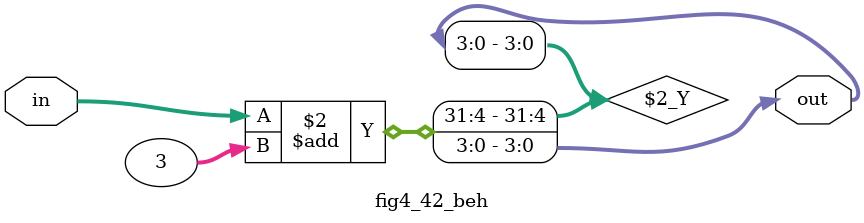
<source format=v>

module fig4_42_beh(out, in);

   output [3:0]out; 
   input [3:0]in;
   reg [3:0]out;

   always @(in)

      out = in + 3; 
	  
endmodule
	  
     

</source>
